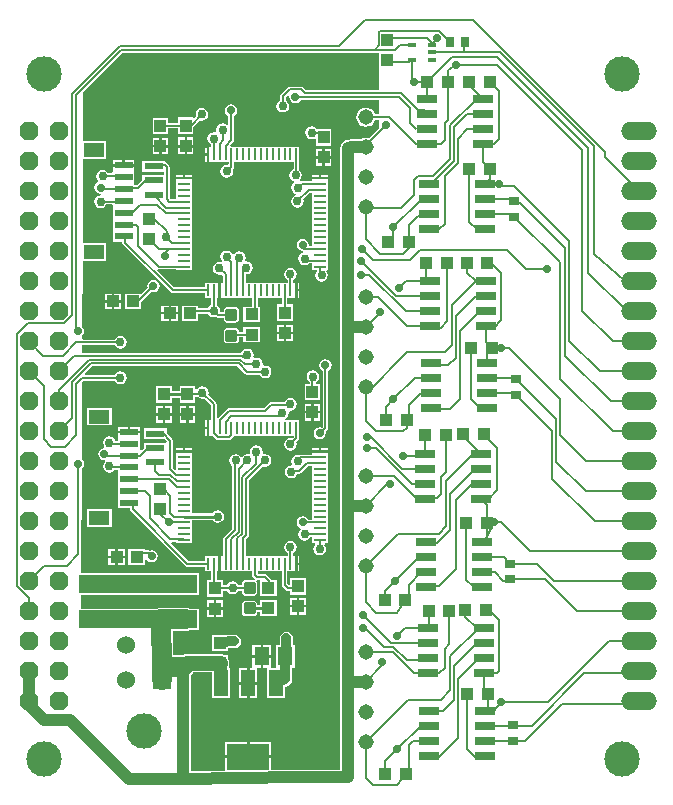
<source format=gtl>
G04*
G04 #@! TF.GenerationSoftware,Altium Limited,Altium Designer,25.8.1 (18)*
G04*
G04 Layer_Physical_Order=1*
G04 Layer_Color=255*
%FSLAX44Y44*%
%MOMM*%
G71*
G04*
G04 #@! TF.SameCoordinates,422AF447-CE49-4BB0-B19B-A3A041D3FAC2*
G04*
G04*
G04 #@! TF.FilePolarity,Positive*
G04*
G01*
G75*
%ADD12R,0.7000X0.8999*%
%ADD13R,1.8001X1.1999*%
%ADD14R,1.5499X0.6000*%
%ADD15R,2.0000X1.5001*%
%ADD16R,1.0000X1.1001*%
%ADD17R,0.7000X0.4001*%
%ADD18R,1.0500X1.0800*%
%ADD19R,1.7800X0.7201*%
%ADD20R,1.3000X1.6000*%
%ADD21R,3.5999X2.1999*%
%ADD22R,1.2190X2.2350*%
%ADD23R,0.8999X0.7000*%
%ADD24R,1.6000X0.6000*%
%ADD25R,1.1001X1.0000*%
G04:AMPARAMS|DCode=26|XSize=1mm|YSize=1mm|CornerRadius=0.15mm|HoleSize=0mm|Usage=FLASHONLY|Rotation=0.000|XOffset=0mm|YOffset=0mm|HoleType=Round|Shape=RoundedRectangle|*
%AMROUNDEDRECTD26*
21,1,1.0000,0.7000,0,0,0.0*
21,1,0.7000,1.0000,0,0,0.0*
1,1,0.3000,0.3500,-0.3500*
1,1,0.3000,-0.3500,-0.3500*
1,1,0.3000,-0.3500,0.3500*
1,1,0.3000,0.3500,0.3500*
%
%ADD26ROUNDEDRECTD26*%
%ADD27R,1.1001X1.0000*%
%ADD28R,0.2200X1.0000*%
%ADD29R,1.0000X0.2200*%
%ADD56C,0.1600*%
%ADD57C,0.2499*%
%ADD58C,0.8128*%
%ADD59C,1.0160*%
%ADD60C,0.1524*%
%ADD61C,1.2700*%
%ADD62C,1.6764*%
%ADD63C,0.4064*%
%ADD64C,3.0000*%
%ADD65O,3.0480X1.5240*%
G04:AMPARAMS|DCode=66|XSize=1.524mm|YSize=1.524mm|CornerRadius=0mm|HoleSize=0mm|Usage=FLASHONLY|Rotation=90.000|XOffset=0mm|YOffset=0mm|HoleType=Round|Shape=Octagon|*
%AMOCTAGOND66*
4,1,8,0.3810,0.7620,-0.3810,0.7620,-0.7620,0.3810,-0.7620,-0.3810,-0.3810,-0.7620,0.3810,-0.7620,0.7620,-0.3810,0.7620,0.3810,0.3810,0.7620,0.0*
%
%ADD66OCTAGOND66*%

%ADD67C,1.3081*%
%ADD68C,1.5301*%
%ADD69R,1.5301X1.5301*%
%ADD70C,0.7064*%
%ADD71C,0.7564*%
G36*
X318750Y600771D02*
X256980D01*
X254477Y603275D01*
X253708Y603788D01*
X252801Y603969D01*
X243200D01*
X242293Y603788D01*
X241524Y603275D01*
X235825Y597575D01*
X235311Y596806D01*
X235131Y595899D01*
Y592298D01*
X233675Y591325D01*
X232502Y589570D01*
X232090Y587500D01*
X232502Y585429D01*
X233675Y583674D01*
X235430Y582501D01*
X237500Y582089D01*
X239571Y582501D01*
X241326Y583674D01*
X242498Y585429D01*
X242910Y587500D01*
X242498Y589570D01*
X241326Y591325D01*
X239870Y592298D01*
Y594918D01*
X241898Y596946D01*
X243068Y596320D01*
X242846Y595201D01*
X243238Y593228D01*
X244355Y591556D01*
X246028Y590438D01*
X248001Y590046D01*
X249973Y590438D01*
X251646Y591556D01*
X252498Y592831D01*
X318750D01*
Y580469D01*
X315547D01*
X314844Y582166D01*
X313551Y583851D01*
X311867Y585143D01*
X309905Y585956D01*
X307800Y586233D01*
X305695Y585956D01*
X303733Y585143D01*
X302048Y583851D01*
X300755Y582166D01*
X299943Y580204D01*
X299666Y578099D01*
X299943Y575994D01*
X300755Y574032D01*
X302048Y572347D01*
X303733Y571055D01*
X305695Y570242D01*
X307800Y569965D01*
X309905Y570242D01*
X311867Y571055D01*
X313551Y572347D01*
X314844Y574032D01*
X315547Y575729D01*
X318750D01*
Y568501D01*
X310541Y560292D01*
X309905Y560556D01*
X307800Y560833D01*
X305695Y560556D01*
X303733Y559743D01*
X303233Y559360D01*
X295100D01*
X293376Y559133D01*
X291975Y558553D01*
X291077Y558434D01*
X289471Y557769D01*
X288091Y556711D01*
X287032Y555331D01*
X286367Y553724D01*
X286140Y552000D01*
Y550400D01*
X286140Y550400D01*
X286140Y550400D01*
Y403200D01*
X286140Y403200D01*
X286140Y403199D01*
Y249601D01*
X286140Y249601D01*
X286140Y249601D01*
Y102400D01*
X286140Y102400D01*
X286140Y102400D01*
Y25762D01*
X248399D01*
X248344Y25754D01*
X248288Y25761D01*
X228730Y25433D01*
X227824Y26324D01*
Y35695D01*
X208300D01*
X188777D01*
Y24764D01*
X160467Y24289D01*
X159561Y25180D01*
Y105124D01*
X159965Y105434D01*
X161553Y107503D01*
X161783Y108057D01*
X177573D01*
Y85993D01*
X192810D01*
Y111390D01*
X192810D01*
X192036Y112175D01*
X192040Y112407D01*
X191862Y113919D01*
X191872Y113944D01*
X192143Y115999D01*
X191872Y118055D01*
X191079Y119970D01*
X190725Y120431D01*
Y123026D01*
X187812D01*
X186256Y123671D01*
X184201Y123941D01*
X156401D01*
X156400Y123941D01*
X155373Y123806D01*
X154345Y123671D01*
X152430Y122877D01*
X151926Y122491D01*
X144891D01*
Y131600D01*
X144725Y132861D01*
X144693Y133117D01*
Y142909D01*
X154701D01*
X157287Y143249D01*
X158793Y143873D01*
X166225D01*
Y161922D01*
X158806D01*
X157287Y162551D01*
X154701Y162892D01*
X134701D01*
X132115Y162551D01*
X130597Y161922D01*
X67748D01*
X66852Y162822D01*
X66896Y173876D01*
X166225D01*
Y191925D01*
X67868D01*
X66972Y192825D01*
X67324Y280940D01*
X67646Y281155D01*
X68763Y282827D01*
X69155Y284800D01*
X68763Y286773D01*
X67646Y288445D01*
X67355Y288639D01*
X67616Y353865D01*
X68881Y355130D01*
X95202D01*
X96174Y353675D01*
X97929Y352502D01*
X100000Y352090D01*
X102070Y352502D01*
X103825Y353675D01*
X104998Y355430D01*
X105410Y357500D01*
X104998Y359570D01*
X103825Y361325D01*
X102070Y362498D01*
X100000Y362910D01*
X97929Y362498D01*
X96174Y361325D01*
X95202Y359870D01*
X70479D01*
X69993Y361043D01*
X76181Y367231D01*
X199018D01*
X205423Y360826D01*
X206192Y360312D01*
X207099Y360131D01*
X217701D01*
X218673Y358676D01*
X220429Y357503D01*
X222499Y357091D01*
X224569Y357503D01*
X226324Y358676D01*
X227497Y360431D01*
X227909Y362501D01*
X227497Y364571D01*
X226324Y366327D01*
X224569Y367499D01*
X222499Y367911D01*
X221385Y367690D01*
X220305Y368770D01*
X220411Y369301D01*
X219999Y371371D01*
X218826Y373126D01*
X217071Y374299D01*
X215001Y374711D01*
X213729Y374458D01*
X212657Y375528D01*
X212910Y376799D01*
X212498Y378869D01*
X211326Y380624D01*
X209571Y381797D01*
X207500Y382209D01*
X205430Y381797D01*
X203675Y380624D01*
X202502Y378869D01*
X201600Y378371D01*
X68614D01*
X67717Y379271D01*
X67741Y385130D01*
X95202D01*
X96174Y383674D01*
X97929Y382502D01*
X100000Y382090D01*
X102070Y382502D01*
X103825Y383674D01*
X104998Y385429D01*
X105410Y387500D01*
X104998Y389570D01*
X103825Y391325D01*
X102070Y392498D01*
X100000Y392910D01*
X97929Y392498D01*
X96174Y391325D01*
X95202Y389869D01*
X68660D01*
X67764Y390769D01*
X67774Y393346D01*
X68763Y394826D01*
X69155Y396799D01*
X68763Y398772D01*
X67801Y400211D01*
X68027Y456677D01*
X87926D01*
Y471724D01*
X68987D01*
X68091Y472624D01*
X68371Y542676D01*
X87926D01*
Y557723D01*
X69331D01*
X68435Y558623D01*
X68599Y599648D01*
X101781Y632831D01*
X318750D01*
Y600771D01*
D02*
G37*
%LPC*%
G36*
X168999Y585909D02*
X166929Y585497D01*
X165173Y584325D01*
X164001Y582570D01*
X163589Y580499D01*
X163930Y578782D01*
X162706Y577557D01*
X161825Y577922D01*
Y577922D01*
X148777D01*
Y573270D01*
X140425D01*
Y577823D01*
X127377D01*
Y563775D01*
X140425D01*
Y568531D01*
X148777D01*
Y563874D01*
X161825D01*
Y569974D01*
X167282Y575431D01*
X168999Y575089D01*
X171069Y575501D01*
X172824Y576674D01*
X173997Y578429D01*
X174409Y580499D01*
X173997Y582570D01*
X172824Y584325D01*
X171069Y585497D01*
X168999Y585909D01*
D02*
G37*
G36*
X193599Y589154D02*
X191626Y588762D01*
X189954Y587644D01*
X188836Y585972D01*
X188444Y583999D01*
X188836Y582027D01*
X189954Y580354D01*
X191229Y579502D01*
Y572084D01*
X189959Y571569D01*
X188570Y572498D01*
X186500Y572910D01*
X184429Y572498D01*
X182674Y571325D01*
X181501Y569570D01*
X181089Y567500D01*
X181343Y566225D01*
X180273Y565155D01*
X178999Y565409D01*
X176929Y564997D01*
X175173Y563824D01*
X174001Y562069D01*
X173589Y559999D01*
X174001Y557929D01*
X175173Y556173D01*
X176629Y555201D01*
Y553124D01*
X175016D01*
Y546600D01*
Y540076D01*
X191630D01*
Y538407D01*
X190649Y537601D01*
X190101Y537710D01*
X188031Y537298D01*
X186276Y536126D01*
X185103Y534370D01*
X184691Y532300D01*
X185103Y530230D01*
X186276Y528475D01*
X188031Y527302D01*
X190101Y526890D01*
X192171Y527302D01*
X193927Y528475D01*
X195099Y530230D01*
X195511Y532300D01*
X195170Y534017D01*
X195676Y534524D01*
X196189Y535292D01*
X196370Y536199D01*
Y540076D01*
X246632D01*
Y534178D01*
X246230Y534098D01*
X244475Y532925D01*
X243302Y531170D01*
X242890Y529100D01*
X243302Y527029D01*
X244475Y525274D01*
X246230Y524102D01*
X246745Y523999D01*
X247013Y522651D01*
X246375Y522224D01*
X245202Y520469D01*
X244790Y518399D01*
X245202Y516328D01*
X246375Y514573D01*
X248130Y513400D01*
X248252Y513376D01*
Y512081D01*
X247830Y511997D01*
X246075Y510825D01*
X244902Y509070D01*
X244490Y506999D01*
X244902Y504929D01*
X246075Y503174D01*
X247830Y502001D01*
X249900Y501589D01*
X251971Y502001D01*
X253726Y503174D01*
X254899Y504929D01*
X255310Y506999D01*
X254969Y508717D01*
X260481Y514231D01*
X262477D01*
Y508975D01*
Y498975D01*
Y488975D01*
Y478975D01*
Y468970D01*
X260251D01*
X259445Y469952D01*
X259455Y469999D01*
X259062Y471972D01*
X257945Y473644D01*
X256272Y474762D01*
X254300Y475154D01*
X252327Y474762D01*
X250655Y473644D01*
X249537Y471972D01*
X249145Y469999D01*
X249537Y468026D01*
X250655Y466354D01*
X252327Y465237D01*
X254079Y464888D01*
X254476Y464622D01*
X254354Y463329D01*
X254342Y463301D01*
X253830Y463199D01*
X252075Y462026D01*
X250902Y460271D01*
X250490Y458201D01*
X250902Y456130D01*
X252075Y454375D01*
X253830Y453203D01*
X255900Y452791D01*
X257970Y453203D01*
X259509Y454231D01*
X262477D01*
Y448975D01*
X265763D01*
X266074Y448517D01*
X266326Y447705D01*
X265301Y446171D01*
X264889Y444101D01*
X265301Y442031D01*
X266474Y440276D01*
X268229Y439103D01*
X270299Y438691D01*
X272369Y439103D01*
X274125Y440276D01*
X275297Y442031D01*
X275709Y444101D01*
X275297Y446171D01*
X274272Y447705D01*
X274667Y448975D01*
X275525D01*
Y458975D01*
Y468975D01*
Y478975D01*
Y488975D01*
Y498975D01*
Y508975D01*
Y518975D01*
Y525584D01*
X269001D01*
X262477D01*
Y523969D01*
X253401D01*
X252974Y523884D01*
X252598Y524063D01*
X252465Y524403D01*
X252339Y525593D01*
X253298Y527029D01*
X253710Y529100D01*
X253298Y531170D01*
X252126Y532925D01*
X251371Y533430D01*
Y540076D01*
X251625D01*
Y553124D01*
X193333D01*
X192847Y554298D01*
X195274Y556726D01*
X195788Y557494D01*
X195968Y558401D01*
Y579502D01*
X197244Y580354D01*
X198361Y582027D01*
X198754Y583999D01*
X198361Y585972D01*
X197244Y587644D01*
X195571Y588762D01*
X193599Y589154D01*
D02*
G37*
G36*
X161825Y560925D02*
X156317D01*
Y554916D01*
X161825D01*
Y560925D01*
D02*
G37*
G36*
X154285D02*
X148777D01*
Y554916D01*
X154285D01*
Y560925D01*
D02*
G37*
G36*
X140425Y560826D02*
X134917D01*
Y554817D01*
X140425D01*
Y560826D01*
D02*
G37*
G36*
X132885D02*
X127377D01*
Y554817D01*
X132885D01*
Y560826D01*
D02*
G37*
G36*
X262100Y570410D02*
X260030Y569998D01*
X258275Y568826D01*
X257102Y567071D01*
X256690Y565000D01*
X257102Y562930D01*
X258275Y561175D01*
X260030Y560002D01*
X262100Y559590D01*
X264170Y560002D01*
X264456Y560193D01*
X265576Y559594D01*
Y554074D01*
X278624D01*
Y568123D01*
X266395D01*
X265926Y568826D01*
X264170Y569998D01*
X262100Y570410D01*
D02*
G37*
G36*
X172984Y553124D02*
X171376D01*
Y547616D01*
X172984D01*
Y553124D01*
D02*
G37*
G36*
X161825Y552884D02*
X156317D01*
Y546876D01*
X161825D01*
Y552884D01*
D02*
G37*
G36*
X154285D02*
X148777D01*
Y546876D01*
X154285D01*
Y552884D01*
D02*
G37*
G36*
X140425Y552785D02*
X134917D01*
Y546777D01*
X140425D01*
Y552785D01*
D02*
G37*
G36*
X132885D02*
X127377D01*
Y546777D01*
X132885D01*
Y552785D01*
D02*
G37*
G36*
X278624Y551125D02*
X273116D01*
Y545117D01*
X278624D01*
Y551125D01*
D02*
G37*
G36*
X271084D02*
X265576D01*
Y545117D01*
X271084D01*
Y551125D01*
D02*
G37*
G36*
X172984Y545584D02*
X171376D01*
Y540076D01*
X172984D01*
Y545584D01*
D02*
G37*
G36*
X111925Y541724D02*
X103668D01*
Y538216D01*
X111925D01*
Y541724D01*
D02*
G37*
G36*
X101636D02*
X93378D01*
Y538216D01*
X101636D01*
Y541724D01*
D02*
G37*
G36*
X278624Y543085D02*
X273116D01*
Y537077D01*
X278624D01*
Y543085D01*
D02*
G37*
G36*
X271084D02*
X265576D01*
Y537077D01*
X271084D01*
Y543085D01*
D02*
G37*
G36*
X275525Y529224D02*
X270017D01*
Y527616D01*
X275525D01*
Y529224D01*
D02*
G37*
G36*
X160524D02*
X155016D01*
Y527616D01*
X160524D01*
Y529224D01*
D02*
G37*
G36*
X152984D02*
X147476D01*
Y527616D01*
X152984D01*
Y529224D01*
D02*
G37*
G36*
X267985D02*
X262477D01*
Y527616D01*
X267985D01*
Y529224D01*
D02*
G37*
G36*
X137624Y541022D02*
X118576D01*
Y531975D01*
X136830D01*
Y529024D01*
X118576D01*
Y525127D01*
X114218Y520768D01*
X112685D01*
X111925Y521724D01*
Y522676D01*
X111925D01*
Y531406D01*
X111925Y531724D01*
Y532676D01*
X111925Y532994D01*
Y536184D01*
X102652D01*
X93378D01*
Y532994D01*
X93378Y532676D01*
Y531724D01*
X92454Y530570D01*
X89799D01*
X88827Y532026D01*
X87071Y533199D01*
X85001Y533611D01*
X82931Y533199D01*
X81176Y532026D01*
X80003Y530271D01*
X79591Y528201D01*
X80003Y526130D01*
X81176Y524375D01*
X81208Y524354D01*
X80967Y522987D01*
X79555Y522044D01*
X78438Y520372D01*
X78045Y518399D01*
X78438Y516426D01*
X79555Y514754D01*
X81228Y513636D01*
X83200Y513244D01*
X83394Y512009D01*
X81331Y511599D01*
X79575Y510426D01*
X78403Y508671D01*
X77991Y506600D01*
X78403Y504530D01*
X79575Y502775D01*
X81331Y501602D01*
X83401Y501190D01*
X85471Y501602D01*
X87226Y502775D01*
X88199Y504231D01*
X92480D01*
X93353Y503358D01*
X93378Y502961D01*
X93378Y502676D01*
Y501724D01*
X93378Y501406D01*
Y492676D01*
X93378D01*
Y491724D01*
X93378D01*
Y482994D01*
X93378Y482676D01*
Y481724D01*
X93378Y481406D01*
Y472676D01*
X101631D01*
Y472001D01*
X101811Y471094D01*
X102325Y470325D01*
X142723Y429924D01*
X143492Y429410D01*
X144399Y429230D01*
X171376D01*
Y425075D01*
X176629D01*
Y418899D01*
X175173Y417927D01*
X174201Y416471D01*
X165823D01*
Y418624D01*
X151774D01*
Y405576D01*
X165823D01*
Y411732D01*
X174201D01*
X175173Y410276D01*
X176929Y409103D01*
X178999Y408691D01*
X180737Y409037D01*
X181035Y408838D01*
X181421Y408580D01*
X181422Y408580D01*
X181422Y408579D01*
X181857Y408493D01*
X182328Y408399D01*
X182328Y408399D01*
X182329Y408399D01*
X187318D01*
Y407271D01*
X187553Y406091D01*
X188221Y405091D01*
X189221Y404423D01*
X190401Y404188D01*
X197401D01*
X198581Y404423D01*
X199581Y405091D01*
X200250Y406091D01*
X200484Y407271D01*
Y414271D01*
X200250Y415451D01*
X199581Y416451D01*
X198581Y417120D01*
X197401Y417355D01*
X190401D01*
X189221Y417120D01*
X188221Y416451D01*
X187553Y415451D01*
X187318Y414271D01*
Y413138D01*
X185199D01*
X184409Y414101D01*
X183997Y416172D01*
X182824Y417927D01*
X181369Y418899D01*
Y425075D01*
X182984D01*
Y431599D01*
Y438123D01*
X171376D01*
Y433969D01*
X145381D01*
X131066Y448284D01*
X131797Y449350D01*
X132400Y449230D01*
X147476D01*
Y448975D01*
X160524D01*
Y458975D01*
Y468975D01*
Y478975D01*
Y488975D01*
Y498975D01*
Y508975D01*
Y518975D01*
Y525584D01*
X154000D01*
X147476D01*
Y518975D01*
Y508970D01*
X142381D01*
X141569Y509782D01*
Y536001D01*
X141389Y536908D01*
X140875Y537677D01*
X139275Y539277D01*
X138506Y539790D01*
X137624Y539966D01*
Y541022D01*
D02*
G37*
G36*
X189901Y465211D02*
X187830Y464799D01*
X186075Y463626D01*
X184902Y461871D01*
X184491Y459801D01*
X184902Y457731D01*
X185708Y456525D01*
X184944Y455382D01*
X183799Y455610D01*
X181729Y455198D01*
X179974Y454025D01*
X178801Y452270D01*
X178389Y450200D01*
X178801Y448129D01*
X179974Y446374D01*
X181729Y445201D01*
X183799Y444790D01*
X185517Y445131D01*
X186629Y444019D01*
Y438123D01*
X185016D01*
Y431599D01*
Y425075D01*
X211630D01*
Y417623D01*
X204177D01*
Y404575D01*
X218225D01*
Y417623D01*
X216370D01*
Y425075D01*
X236629D01*
Y419523D01*
X232876D01*
Y405474D01*
X245924D01*
Y419523D01*
X241368D01*
Y425075D01*
X247985D01*
Y431599D01*
Y438123D01*
X246370D01*
Y440202D01*
X247826Y441175D01*
X248998Y442930D01*
X249410Y445000D01*
X248998Y447071D01*
X247826Y448826D01*
X246070Y449999D01*
X244000Y450410D01*
X241930Y449999D01*
X240175Y448826D01*
X239002Y447071D01*
X238590Y445000D01*
X239002Y442930D01*
X240175Y441175D01*
X241630Y440202D01*
Y438123D01*
X206370D01*
Y445184D01*
X206500Y445290D01*
X208570Y445702D01*
X210325Y446875D01*
X211498Y448630D01*
X211910Y450700D01*
X211498Y452771D01*
X210325Y454526D01*
X208570Y455698D01*
X206500Y456110D01*
X206223Y456055D01*
X205518Y457111D01*
X205597Y457230D01*
X206009Y459301D01*
X205597Y461371D01*
X204424Y463126D01*
X202669Y464299D01*
X200599Y464711D01*
X198529Y464299D01*
X196774Y463126D01*
X196122Y462152D01*
X195832Y462085D01*
X194653Y462239D01*
X193726Y463626D01*
X191971Y464799D01*
X189901Y465211D01*
D02*
G37*
G36*
X251625Y438123D02*
X250017D01*
Y432615D01*
X251625D01*
Y438123D01*
D02*
G37*
G36*
X128001Y440356D02*
X126028Y439964D01*
X124356Y438846D01*
X123238Y437174D01*
X122846Y435201D01*
X123145Y433696D01*
X118691Y429241D01*
X117624Y428723D01*
Y428723D01*
X117624Y428723D01*
X103575D01*
Y415675D01*
X117624D01*
Y421470D01*
X126497Y430345D01*
X128001Y430046D01*
X129973Y430438D01*
X131646Y431556D01*
X132763Y433228D01*
X133156Y435201D01*
X132763Y437174D01*
X131646Y438846D01*
X129973Y439964D01*
X128001Y440356D01*
D02*
G37*
G36*
X251625Y430583D02*
X250017D01*
Y425075D01*
X251625D01*
Y430583D01*
D02*
G37*
G36*
X100626Y428723D02*
X94618D01*
Y423215D01*
X100626D01*
Y428723D01*
D02*
G37*
G36*
X92585D02*
X86577D01*
Y423215D01*
X92585D01*
Y428723D01*
D02*
G37*
G36*
X100626Y421183D02*
X94618D01*
Y415675D01*
X100626D01*
Y421183D01*
D02*
G37*
G36*
X92585D02*
X86577D01*
Y415675D01*
X92585D01*
Y421183D01*
D02*
G37*
G36*
X148825Y418624D02*
X142817D01*
Y413116D01*
X148825D01*
Y418624D01*
D02*
G37*
G36*
X140785D02*
X134776D01*
Y413116D01*
X140785D01*
Y418624D01*
D02*
G37*
G36*
X148825Y411084D02*
X142817D01*
Y405576D01*
X148825D01*
Y411084D01*
D02*
G37*
G36*
X140785D02*
X134776D01*
Y405576D01*
X140785D01*
Y411084D01*
D02*
G37*
G36*
X245924Y402525D02*
X240416D01*
Y396517D01*
X245924D01*
Y402525D01*
D02*
G37*
G36*
X238384D02*
X232876D01*
Y396517D01*
X238384D01*
Y402525D01*
D02*
G37*
G36*
X218225Y400625D02*
X204177D01*
Y396468D01*
X200484D01*
Y396730D01*
X200250Y397910D01*
X199581Y398910D01*
X198581Y399579D01*
X197401Y399813D01*
X190401D01*
X189221Y399579D01*
X188221Y398910D01*
X187553Y397910D01*
X187318Y396730D01*
Y389730D01*
X187553Y388550D01*
X188221Y387550D01*
X189221Y386882D01*
X190401Y386647D01*
X197401D01*
X198581Y386882D01*
X199581Y387550D01*
X200250Y388550D01*
X200484Y389730D01*
Y391729D01*
X204177D01*
Y387577D01*
X218225D01*
Y400625D01*
D02*
G37*
G36*
X245924Y394485D02*
X240416D01*
Y388476D01*
X245924D01*
Y394485D01*
D02*
G37*
G36*
X238384D02*
X232876D01*
Y388476D01*
X238384D01*
Y394485D01*
D02*
G37*
G36*
X163224Y350524D02*
X150176D01*
Y346328D01*
X143425D01*
Y350524D01*
X130377D01*
Y336475D01*
X143425D01*
Y340671D01*
X150176D01*
Y336475D01*
X163224D01*
Y341130D01*
X165442D01*
X167129Y340002D01*
X169200Y339591D01*
X170917Y339932D01*
X176629Y334220D01*
Y321525D01*
X175016D01*
Y315001D01*
Y308477D01*
X177772D01*
X180724Y305525D01*
X181493Y305011D01*
X182400Y304831D01*
X192001D01*
X192908Y305011D01*
X193677Y305525D01*
X195676Y307524D01*
X196189Y308293D01*
X196226Y308477D01*
X246632D01*
Y307181D01*
X245719Y306269D01*
X244000Y306611D01*
X241930Y306199D01*
X240175Y305026D01*
X239002Y303271D01*
X238590Y301201D01*
X239002Y299130D01*
X240175Y297375D01*
X241930Y296203D01*
X244000Y295791D01*
X246070Y296203D01*
X247826Y297375D01*
X248998Y299130D01*
X249410Y301201D01*
X249069Y302917D01*
X250676Y304524D01*
X250677Y304524D01*
X250677Y304524D01*
X250948Y304930D01*
X251190Y305292D01*
X251190Y305292D01*
X251190Y305293D01*
X251281Y305748D01*
X251371Y306199D01*
X251371Y306199D01*
X251371Y306199D01*
Y308477D01*
X251625D01*
Y321525D01*
X240094D01*
X239709Y322795D01*
X241026Y323675D01*
X242199Y325430D01*
X242610Y327500D01*
X242388Y328616D01*
X243468Y329696D01*
X244000Y329591D01*
X246070Y330002D01*
X247826Y331175D01*
X248998Y332930D01*
X249410Y335001D01*
X248998Y337071D01*
X247826Y338826D01*
X246070Y339999D01*
X244000Y340411D01*
X241930Y339999D01*
X240175Y338826D01*
X239002Y337071D01*
X238942Y336771D01*
X227201D01*
X226294Y336590D01*
X225525Y336077D01*
X221418Y331970D01*
X192001D01*
X191094Y331790D01*
X190326Y331276D01*
X182638Y323589D01*
X181400Y324022D01*
X181369Y324048D01*
Y335201D01*
X181188Y336108D01*
X180674Y336877D01*
X174268Y343283D01*
X174610Y345001D01*
X174198Y347071D01*
X173025Y348826D01*
X171270Y349999D01*
X169200Y350411D01*
X167129Y349999D01*
X165374Y348826D01*
X164494Y347509D01*
X163224Y347895D01*
Y350524D01*
D02*
G37*
G36*
X262999Y363710D02*
X260929Y363298D01*
X259174Y362126D01*
X258001Y360370D01*
X257589Y358300D01*
X258001Y356230D01*
X259174Y354475D01*
X260319Y353709D01*
X260236Y352458D01*
X258985Y352322D01*
X256076D01*
Y338273D01*
X269124D01*
Y352322D01*
X265906D01*
X265881Y352349D01*
X265504Y353592D01*
X266825Y354475D01*
X267997Y356230D01*
X268409Y358300D01*
X267997Y360370D01*
X266825Y362126D01*
X265070Y363298D01*
X262999Y363710D01*
D02*
G37*
G36*
X269124Y335325D02*
X263616D01*
Y329316D01*
X269124D01*
Y335325D01*
D02*
G37*
G36*
X261584D02*
X256076D01*
Y329316D01*
X261584D01*
Y335325D01*
D02*
G37*
G36*
X163224Y333526D02*
X157716D01*
Y327518D01*
X163224D01*
Y333526D01*
D02*
G37*
G36*
X143425D02*
X137917D01*
Y327518D01*
X143425D01*
Y333526D01*
D02*
G37*
G36*
X155684D02*
X150176D01*
Y327518D01*
X155684D01*
Y333526D01*
D02*
G37*
G36*
X135885D02*
X130377D01*
Y327518D01*
X135885D01*
Y333526D01*
D02*
G37*
G36*
X269124Y327284D02*
X263616D01*
Y321276D01*
X269124D01*
Y327284D01*
D02*
G37*
G36*
X261584D02*
X256076D01*
Y321276D01*
X261584D01*
Y327284D01*
D02*
G37*
G36*
X163224Y325486D02*
X157716D01*
Y319477D01*
X163224D01*
Y325486D01*
D02*
G37*
G36*
X155684D02*
X150176D01*
Y319477D01*
X155684D01*
Y325486D01*
D02*
G37*
G36*
X143425D02*
X137917D01*
Y319477D01*
X143425D01*
Y325486D01*
D02*
G37*
G36*
X135885D02*
X130377D01*
Y319477D01*
X135885D01*
Y325486D01*
D02*
G37*
G36*
X92726Y332123D02*
X71677D01*
Y317076D01*
X92726D01*
Y332123D01*
D02*
G37*
G36*
X172984Y321525D02*
X171376D01*
Y316017D01*
X172984D01*
Y321525D01*
D02*
G37*
G36*
X273601Y373155D02*
X271628Y372763D01*
X269956Y371645D01*
X268839Y369973D01*
X268446Y368000D01*
X268839Y366028D01*
X269956Y364355D01*
X271231Y363503D01*
Y316181D01*
X270306Y315256D01*
X268801Y315556D01*
X266828Y315163D01*
X265156Y314046D01*
X264038Y312373D01*
X263646Y310401D01*
X264038Y308428D01*
X265156Y306756D01*
X266828Y305638D01*
X268801Y305246D01*
X270773Y305638D01*
X272446Y306756D01*
X273563Y308428D01*
X273955Y310401D01*
X273657Y311904D01*
X275276Y313523D01*
X275277Y313523D01*
X275277Y313523D01*
X275532Y313905D01*
X275790Y314291D01*
X275790Y314292D01*
X275790Y314292D01*
X275879Y314737D01*
X275971Y315198D01*
X275971Y315198D01*
X275971Y315199D01*
Y363503D01*
X277246Y364355D01*
X278364Y366028D01*
X278756Y368000D01*
X278364Y369973D01*
X277246Y371645D01*
X275574Y372763D01*
X273601Y373155D01*
D02*
G37*
G36*
X116726Y316123D02*
X108468D01*
Y312616D01*
X116726D01*
Y316123D01*
D02*
G37*
G36*
X106436D02*
X98179D01*
Y312616D01*
X106436D01*
Y316123D01*
D02*
G37*
G36*
X172984Y313985D02*
X171376D01*
Y308477D01*
X172984D01*
Y313985D01*
D02*
G37*
G36*
X275525Y297624D02*
X270017D01*
Y296017D01*
X275525D01*
Y297624D01*
D02*
G37*
G36*
X160524D02*
X155016D01*
Y296017D01*
X160524D01*
Y297624D01*
D02*
G37*
G36*
X152984D02*
X147476D01*
Y296017D01*
X152984D01*
Y297624D01*
D02*
G37*
G36*
X267985D02*
X262477D01*
Y296017D01*
X267985D01*
Y297624D01*
D02*
G37*
G36*
X139224Y314622D02*
X120176D01*
Y305575D01*
X137474D01*
X139156Y303893D01*
X138630Y302623D01*
X120176D01*
Y297927D01*
X117889Y295641D01*
X116726Y296123D01*
Y297076D01*
X116726Y297393D01*
Y305806D01*
X116726Y306123D01*
Y307076D01*
X116726Y307393D01*
Y310584D01*
X107452D01*
X98179D01*
Y307393D01*
X98179Y307076D01*
Y306123D01*
X98179Y305806D01*
Y303969D01*
X95799D01*
X95699Y304470D01*
X94526Y306225D01*
X92771Y307398D01*
X90701Y307810D01*
X88631Y307398D01*
X86875Y306225D01*
X85703Y304470D01*
X85291Y302400D01*
X85703Y300329D01*
X86479Y299168D01*
X86473Y299073D01*
X85852Y297847D01*
X84428Y297564D01*
X82756Y296446D01*
X81638Y294774D01*
X81246Y292801D01*
X81638Y290828D01*
X82756Y289156D01*
X84428Y288039D01*
X86401Y287646D01*
X86850Y287735D01*
X87345Y286539D01*
X86875Y286225D01*
X85703Y284470D01*
X85291Y282400D01*
X85703Y280329D01*
X86875Y278574D01*
X88631Y277402D01*
X90701Y276990D01*
X92771Y277402D01*
X94526Y278574D01*
X94965Y279230D01*
X98179D01*
Y277393D01*
X98179Y277076D01*
Y276123D01*
X98179Y275806D01*
Y267076D01*
X98179D01*
Y266123D01*
X98179D01*
Y257076D01*
X98179D01*
Y256123D01*
X98179D01*
Y247076D01*
X108032D01*
Y246400D01*
X108212Y245494D01*
X108726Y244725D01*
X155124Y198324D01*
X155892Y197810D01*
X156799Y197630D01*
X171376D01*
Y193476D01*
X176629D01*
Y186122D01*
X173476D01*
Y172074D01*
X186524D01*
Y177231D01*
X190203D01*
X191175Y175775D01*
X192931Y174603D01*
X195001Y174191D01*
X197071Y174603D01*
X198826Y175775D01*
X199845Y177300D01*
X202718D01*
Y176169D01*
X202953Y174989D01*
X203621Y173989D01*
X204621Y173321D01*
X205801Y173086D01*
X212801D01*
X213981Y173321D01*
X214981Y173989D01*
X215650Y174989D01*
X215884Y176169D01*
Y183169D01*
X215650Y184349D01*
X214990Y185337D01*
X215003Y185398D01*
X215500Y186530D01*
X215999Y186431D01*
X217116D01*
X218175Y185922D01*
Y172874D01*
X232223D01*
Y185922D01*
X227906D01*
X227789Y186507D01*
X227276Y187276D01*
X224075Y190476D01*
X223307Y190990D01*
X222400Y191170D01*
X216981D01*
X216370Y191781D01*
Y193476D01*
X236629D01*
Y181800D01*
X236810Y180894D01*
X237323Y180125D01*
X239924Y177524D01*
X240693Y177010D01*
X241600Y176830D01*
X243676D01*
Y173974D01*
X256724D01*
Y188022D01*
X243676D01*
Y181992D01*
X242406Y181744D01*
X241368Y182782D01*
Y193476D01*
X247985D01*
Y200000D01*
Y206524D01*
X246370D01*
Y209301D01*
X247826Y210274D01*
X248998Y212029D01*
X249410Y214099D01*
X248998Y216169D01*
X247826Y217925D01*
X246070Y219097D01*
X244000Y219509D01*
X241930Y219097D01*
X240175Y217925D01*
X239002Y216169D01*
X238590Y214099D01*
X239002Y212029D01*
X240175Y210274D01*
X241630Y209301D01*
Y206524D01*
X206370D01*
Y220618D01*
X208076Y222325D01*
X208590Y223093D01*
X208770Y224000D01*
Y270418D01*
X220782Y282432D01*
X222499Y282090D01*
X224569Y282502D01*
X226324Y283675D01*
X227497Y285430D01*
X227909Y287500D01*
X227497Y289570D01*
X226324Y291325D01*
X224569Y292498D01*
X222499Y292910D01*
X221228Y292657D01*
X220158Y293729D01*
X220411Y295001D01*
X219999Y297071D01*
X218826Y298826D01*
X217071Y299999D01*
X215001Y300411D01*
X212931Y299999D01*
X211175Y298826D01*
X210003Y297071D01*
X209591Y295001D01*
X209844Y293727D01*
X208774Y292657D01*
X207500Y292910D01*
X205430Y292498D01*
X203675Y291325D01*
X203264Y290711D01*
X201737D01*
X201326Y291325D01*
X199571Y292498D01*
X197500Y292910D01*
X195430Y292498D01*
X193675Y291325D01*
X192502Y289570D01*
X192090Y287500D01*
X192502Y285430D01*
X193675Y283675D01*
X194430Y283170D01*
Y229782D01*
X187323Y222676D01*
X186810Y221907D01*
X186629Y221000D01*
Y206524D01*
X185016D01*
Y200000D01*
Y193476D01*
X211630D01*
Y190800D01*
X211811Y189893D01*
X212325Y189124D01*
X214174Y187274D01*
X214046Y186728D01*
X213602Y186093D01*
X212801Y186253D01*
X205801D01*
X204621Y186018D01*
X203621Y185350D01*
X202953Y184349D01*
X202718Y183169D01*
Y182039D01*
X199753D01*
X198826Y183426D01*
X197071Y184599D01*
X195001Y185011D01*
X192931Y184599D01*
X191175Y183426D01*
X190203Y181971D01*
X186524D01*
Y186122D01*
X181369D01*
Y193476D01*
X182984D01*
Y200000D01*
Y206524D01*
X171376D01*
Y202369D01*
X157781D01*
X142991Y217160D01*
X143517Y218430D01*
X147476D01*
Y217376D01*
X160524D01*
Y227376D01*
Y237171D01*
X178007D01*
X178673Y236174D01*
X180429Y235001D01*
X182499Y234590D01*
X184569Y235001D01*
X186325Y236174D01*
X187497Y237929D01*
X187909Y240000D01*
X187497Y242070D01*
X186325Y243825D01*
X184569Y244998D01*
X182499Y245410D01*
X180429Y244998D01*
X178673Y243825D01*
X178007Y242827D01*
X160524D01*
Y247376D01*
Y257376D01*
Y267376D01*
Y277376D01*
Y287376D01*
Y293985D01*
X154000D01*
X147476D01*
Y292377D01*
Y279935D01*
X146303Y279449D01*
X144770Y280981D01*
Y304000D01*
X144589Y304907D01*
X144076Y305676D01*
X139224Y310527D01*
Y314622D01*
D02*
G37*
G36*
X275525Y293985D02*
X269001D01*
X262477D01*
Y292369D01*
X253299D01*
X253298Y292369D01*
X253298Y292369D01*
X252847Y292279D01*
X252392Y292189D01*
X252392Y292188D01*
X252391Y292188D01*
X252020Y291940D01*
X251890Y291853D01*
X250101Y292209D01*
X248031Y291797D01*
X246276Y290625D01*
X245103Y288869D01*
X244691Y286799D01*
X245103Y284729D01*
X245444Y284218D01*
X244681Y283075D01*
X244500Y283111D01*
X242430Y282699D01*
X240675Y281526D01*
X239502Y279771D01*
X239090Y277701D01*
X239502Y275630D01*
X240675Y273875D01*
X242430Y272703D01*
X244500Y272291D01*
X246571Y272703D01*
X248326Y273875D01*
X249499Y275630D01*
X249578Y276030D01*
X251201D01*
X251201Y276030D01*
X251201Y276030D01*
X251640Y276117D01*
X252108Y276210D01*
X252108Y276210D01*
X252108Y276210D01*
X252463Y276447D01*
X252876Y276724D01*
X252877Y276724D01*
X252877Y276724D01*
X258782Y282631D01*
X262477D01*
Y277376D01*
Y267376D01*
Y257376D01*
Y247376D01*
Y237370D01*
X258929D01*
X257945Y238844D01*
X256272Y239961D01*
X254300Y240354D01*
X252327Y239961D01*
X250655Y238844D01*
X249537Y237172D01*
X249145Y235199D01*
X249537Y233226D01*
X250655Y231554D01*
X252327Y230436D01*
X252496Y229108D01*
X252075Y228826D01*
X250902Y227071D01*
X250490Y225001D01*
X250902Y222931D01*
X252075Y221175D01*
X253830Y220003D01*
X255900Y219591D01*
X257970Y220003D01*
X259725Y221175D01*
X260698Y222631D01*
X262477D01*
Y217376D01*
X264335D01*
X264727Y216106D01*
X263701Y214569D01*
X263289Y212499D01*
X263701Y210429D01*
X264874Y208673D01*
X266629Y207501D01*
X268699Y207089D01*
X270769Y207501D01*
X272524Y208673D01*
X273697Y210429D01*
X274109Y212499D01*
X273697Y214569D01*
X272671Y216106D01*
X272919Y216910D01*
X273233Y217376D01*
X275525D01*
Y222377D01*
Y232377D01*
Y242377D01*
Y252377D01*
Y262377D01*
Y272377D01*
Y282377D01*
Y292377D01*
Y293985D01*
D02*
G37*
G36*
X92726Y246124D02*
X71677D01*
Y231077D01*
X92726D01*
Y246124D01*
D02*
G37*
G36*
X103725Y212223D02*
X97716D01*
Y206715D01*
X103725D01*
Y212223D01*
D02*
G37*
G36*
X95684D02*
X89676D01*
Y206715D01*
X95684D01*
Y212223D01*
D02*
G37*
G36*
X120722D02*
X106674D01*
Y199175D01*
X120722D01*
Y203512D01*
X121992Y203897D01*
X122755Y202755D01*
X124428Y201638D01*
X126401Y201245D01*
X128373Y201638D01*
X130046Y202755D01*
X131163Y204428D01*
X131556Y206400D01*
X131163Y208373D01*
X130046Y210046D01*
X128373Y211163D01*
X126401Y211555D01*
X124432Y211164D01*
X123901Y211269D01*
X120722D01*
Y212223D01*
D02*
G37*
G36*
X251625Y206524D02*
X250017D01*
Y201016D01*
X251625D01*
Y206524D01*
D02*
G37*
G36*
X103725Y204683D02*
X97716D01*
Y199175D01*
X103725D01*
Y204683D01*
D02*
G37*
G36*
X95684D02*
X89676D01*
Y199175D01*
X95684D01*
Y204683D01*
D02*
G37*
G36*
X251625Y198984D02*
X250017D01*
Y193476D01*
X251625D01*
Y198984D01*
D02*
G37*
G36*
X256724Y171024D02*
X251216D01*
Y165016D01*
X256724D01*
Y171024D01*
D02*
G37*
G36*
X249184D02*
X243676D01*
Y165016D01*
X249184D01*
Y171024D01*
D02*
G37*
G36*
X232223Y168924D02*
X218175D01*
Y164959D01*
X215884D01*
Y165628D01*
X215650Y166808D01*
X214981Y167808D01*
X213981Y168477D01*
X212801Y168711D01*
X205801D01*
X204621Y168477D01*
X203621Y167808D01*
X202953Y166808D01*
X202718Y165628D01*
Y158628D01*
X202953Y157448D01*
X203621Y156448D01*
X204621Y155780D01*
X205801Y155545D01*
X212801D01*
X213981Y155780D01*
X214981Y156448D01*
X215650Y157448D01*
X215884Y158628D01*
Y159303D01*
X218175D01*
Y155876D01*
X232223D01*
Y168924D01*
D02*
G37*
G36*
X186524Y169125D02*
X181016D01*
Y163116D01*
X186524D01*
Y169125D01*
D02*
G37*
G36*
X178984D02*
X173476D01*
Y163116D01*
X178984D01*
Y169125D01*
D02*
G37*
G36*
X256724Y162984D02*
X251216D01*
Y156976D01*
X256724D01*
Y162984D01*
D02*
G37*
G36*
X249184D02*
X243676D01*
Y156976D01*
X249184D01*
Y162984D01*
D02*
G37*
G36*
X186524Y161084D02*
X181016D01*
Y155076D01*
X186524D01*
Y161084D01*
D02*
G37*
G36*
X178984D02*
X173476D01*
Y155076D01*
X178984D01*
Y161084D01*
D02*
G37*
G36*
X190725Y140024D02*
Y140024D01*
X177677D01*
Y125975D01*
X190725D01*
Y128451D01*
X196551Y128504D01*
X198727Y128957D01*
X200565Y130209D01*
X201783Y132068D01*
X202197Y134253D01*
X201743Y136429D01*
X200492Y138266D01*
X198632Y139484D01*
X196448Y139898D01*
X190902Y139848D01*
X190725Y140024D01*
D02*
G37*
G36*
X227724Y131025D02*
X220716D01*
Y122517D01*
X227724D01*
Y131025D01*
D02*
G37*
G36*
X218684D02*
X211676D01*
Y122517D01*
X218684D01*
Y131025D01*
D02*
G37*
G36*
X240393Y142496D02*
X238221Y142021D01*
X236396Y140752D01*
X235196Y138881D01*
X234803Y136693D01*
X234893Y131931D01*
X234003Y131025D01*
X231676D01*
Y111977D01*
X230649Y111390D01*
X228751D01*
X227724Y111977D01*
X227724Y112661D01*
Y120485D01*
X220716D01*
Y111977D01*
X222764D01*
X223790Y111390D01*
X223790Y110707D01*
Y85993D01*
X239028D01*
Y95715D01*
X241910Y96928D01*
X242817Y97541D01*
X243729Y98150D01*
X243738Y98164D01*
X243752Y98174D01*
X244354Y99087D01*
X244964Y99999D01*
X244967Y100015D01*
X244976Y100029D01*
X245184Y101105D01*
X245397Y102179D01*
Y111977D01*
X247724D01*
Y131025D01*
X246307D01*
X246196Y136906D01*
X245722Y139078D01*
X244452Y140903D01*
X242581Y142103D01*
X240393Y142496D01*
D02*
G37*
G36*
X218684Y120485D02*
X211676D01*
Y112661D01*
X211676Y111977D01*
X210649Y111390D01*
X209316D01*
Y99708D01*
X215919D01*
Y110707D01*
X215919Y111390D01*
X216946Y111977D01*
X218684D01*
Y120485D01*
D02*
G37*
G36*
X207284Y111390D02*
X200682D01*
Y99708D01*
X207284D01*
Y111390D01*
D02*
G37*
G36*
X215919Y97676D02*
X209316D01*
Y85993D01*
X215919D01*
Y97676D01*
D02*
G37*
G36*
X207284D02*
X200682D01*
Y85993D01*
X207284D01*
Y97676D01*
D02*
G37*
G36*
X227824Y49234D02*
X209316D01*
Y37727D01*
X227824D01*
Y49234D01*
D02*
G37*
G36*
X207284D02*
X188777D01*
Y37727D01*
X207284D01*
Y49234D01*
D02*
G37*
%LPD*%
D12*
X379100Y641599D02*
D03*
X392100D02*
D03*
D13*
X77401Y464200D02*
D03*
Y550200D02*
D03*
X82202Y238600D02*
D03*
Y324599D02*
D03*
D14*
X102652Y537200D02*
D03*
Y527200D02*
D03*
Y517200D02*
D03*
Y507200D02*
D03*
Y497200D02*
D03*
Y487200D02*
D03*
Y477200D02*
D03*
X107452Y311600D02*
D03*
Y301600D02*
D03*
Y291600D02*
D03*
Y281600D02*
D03*
Y271600D02*
D03*
Y261600D02*
D03*
Y251600D02*
D03*
D15*
X75499Y182900D02*
D03*
Y152898D02*
D03*
X95499Y182900D02*
D03*
Y152898D02*
D03*
X115499Y182900D02*
D03*
Y152898D02*
D03*
X154701Y182900D02*
D03*
Y152898D02*
D03*
X134701Y182900D02*
D03*
Y152898D02*
D03*
D16*
X326100Y643499D02*
D03*
Y626501D02*
D03*
X184201Y132999D02*
D03*
Y116002D02*
D03*
X124600Y491998D02*
D03*
Y475000D02*
D03*
X272100Y561099D02*
D03*
Y544101D02*
D03*
X155301Y570898D02*
D03*
Y553900D02*
D03*
X133901Y570799D02*
D03*
Y553801D02*
D03*
X239400Y412499D02*
D03*
Y395501D02*
D03*
X133800Y263200D02*
D03*
Y246202D02*
D03*
X180000Y179098D02*
D03*
Y162100D02*
D03*
X262600Y345298D02*
D03*
Y328300D02*
D03*
X156700Y343499D02*
D03*
Y326502D02*
D03*
X136901Y343499D02*
D03*
Y326502D02*
D03*
X250200Y180998D02*
D03*
Y164000D02*
D03*
D17*
X346502Y626501D02*
D03*
Y639501D02*
D03*
X363499D02*
D03*
Y633001D02*
D03*
Y626501D02*
D03*
D18*
X409651Y160500D02*
D03*
X392151D02*
D03*
X407751Y309999D02*
D03*
X390251D02*
D03*
X412849Y607601D02*
D03*
X395349D02*
D03*
X410649Y454899D02*
D03*
X393149D02*
D03*
X410451Y234099D02*
D03*
X392951D02*
D03*
X414350Y382999D02*
D03*
X396850D02*
D03*
X412750Y533900D02*
D03*
X395249D02*
D03*
X411351Y90000D02*
D03*
X393850D02*
D03*
X326550Y472801D02*
D03*
X344051D02*
D03*
X377449Y608099D02*
D03*
X359949D02*
D03*
X324950Y321701D02*
D03*
X342450D02*
D03*
X376349Y454500D02*
D03*
X358849D02*
D03*
X323850Y168999D02*
D03*
X341351D02*
D03*
X375549Y308900D02*
D03*
X358049D02*
D03*
X324150Y21801D02*
D03*
X341650D02*
D03*
X378551Y160101D02*
D03*
X361051D02*
D03*
D19*
X406900Y555549D02*
D03*
Y568249D02*
D03*
Y593649D02*
D03*
X359900Y555549D02*
D03*
Y568249D02*
D03*
Y593649D02*
D03*
X406900Y580949D02*
D03*
X359900D02*
D03*
X405300Y255049D02*
D03*
Y267749D02*
D03*
Y293149D02*
D03*
X358300Y255049D02*
D03*
Y267749D02*
D03*
Y293149D02*
D03*
X405300Y280449D02*
D03*
X358300D02*
D03*
X409400Y400949D02*
D03*
Y413649D02*
D03*
Y439049D02*
D03*
X362400Y400949D02*
D03*
Y413649D02*
D03*
Y439049D02*
D03*
X409400Y426349D02*
D03*
X362400D02*
D03*
X407799Y107551D02*
D03*
Y120251D02*
D03*
Y145651D02*
D03*
X360799Y107551D02*
D03*
Y120251D02*
D03*
Y145651D02*
D03*
X407799Y132951D02*
D03*
X360799D02*
D03*
X408600Y483050D02*
D03*
Y495750D02*
D03*
Y521150D02*
D03*
X361600Y483050D02*
D03*
Y495750D02*
D03*
Y521150D02*
D03*
X408600Y508450D02*
D03*
X361600D02*
D03*
X410200Y332151D02*
D03*
Y344851D02*
D03*
Y370251D02*
D03*
X363200Y332151D02*
D03*
Y344851D02*
D03*
Y370251D02*
D03*
X410200Y357551D02*
D03*
X363200D02*
D03*
X406100Y180050D02*
D03*
Y192750D02*
D03*
Y218150D02*
D03*
X359100Y180050D02*
D03*
Y192750D02*
D03*
Y218150D02*
D03*
X406100Y205450D02*
D03*
X359100D02*
D03*
X408399Y37549D02*
D03*
Y50249D02*
D03*
Y75649D02*
D03*
X361399Y37549D02*
D03*
Y50249D02*
D03*
Y75649D02*
D03*
X408399Y62949D02*
D03*
X361399D02*
D03*
D20*
X239700Y121501D02*
D03*
X219700D02*
D03*
D21*
X208300Y36711D02*
D03*
D22*
X185191Y98692D02*
D03*
X208300D02*
D03*
X231409D02*
D03*
D23*
X433301Y506999D02*
D03*
Y493999D02*
D03*
X434899Y356100D02*
D03*
Y343101D02*
D03*
X430101Y199900D02*
D03*
Y186901D02*
D03*
X432399Y63299D02*
D03*
Y50300D02*
D03*
D24*
X128100Y512501D02*
D03*
Y524500D02*
D03*
Y536499D02*
D03*
X129700Y286101D02*
D03*
Y298099D02*
D03*
Y310098D02*
D03*
D25*
X211201Y411099D02*
D03*
Y394101D02*
D03*
X225199Y179398D02*
D03*
Y162400D02*
D03*
D26*
X193901Y393230D02*
D03*
Y410771D02*
D03*
X209301Y162128D02*
D03*
Y179669D02*
D03*
D27*
X158798Y412100D02*
D03*
X141801D02*
D03*
X110599Y422199D02*
D03*
X93602D02*
D03*
X113698Y205699D02*
D03*
X96700D02*
D03*
D28*
X204000Y546600D02*
D03*
X194000D02*
D03*
X184000D02*
D03*
X174000D02*
D03*
X179001D02*
D03*
X189001D02*
D03*
X199001D02*
D03*
X249001D02*
D03*
X239001D02*
D03*
X229001D02*
D03*
X219001D02*
D03*
X244000D02*
D03*
X234000D02*
D03*
X224000D02*
D03*
X209001D02*
D03*
X214000D02*
D03*
X219001Y431599D02*
D03*
X229001D02*
D03*
X239001D02*
D03*
X249001D02*
D03*
X244000D02*
D03*
X234000D02*
D03*
X224000D02*
D03*
X174000D02*
D03*
X184000D02*
D03*
X194000D02*
D03*
X204000D02*
D03*
X179001D02*
D03*
X189001D02*
D03*
X199001D02*
D03*
X214000D02*
D03*
X209001D02*
D03*
X204000Y315001D02*
D03*
X194000D02*
D03*
X184000D02*
D03*
X174000D02*
D03*
X179001D02*
D03*
X189001D02*
D03*
X199001D02*
D03*
X249001D02*
D03*
X239001D02*
D03*
X229001D02*
D03*
X219001D02*
D03*
X244000D02*
D03*
X234000D02*
D03*
X224000D02*
D03*
X209001D02*
D03*
X214000D02*
D03*
X219001Y200000D02*
D03*
X229001D02*
D03*
X239001D02*
D03*
X249001D02*
D03*
X244000D02*
D03*
X234000D02*
D03*
X224000D02*
D03*
X174000D02*
D03*
X184000D02*
D03*
X194000D02*
D03*
X204000D02*
D03*
X179001D02*
D03*
X189001D02*
D03*
X199001D02*
D03*
X214000D02*
D03*
X209001D02*
D03*
D29*
X269001Y496600D02*
D03*
Y506600D02*
D03*
Y516600D02*
D03*
Y526600D02*
D03*
Y521599D02*
D03*
Y511599D02*
D03*
Y501599D02*
D03*
Y451599D02*
D03*
Y461599D02*
D03*
Y471599D02*
D03*
Y481599D02*
D03*
Y456601D02*
D03*
Y466600D02*
D03*
Y476600D02*
D03*
Y491599D02*
D03*
Y486600D02*
D03*
X154000Y481599D02*
D03*
Y471599D02*
D03*
Y461599D02*
D03*
Y451599D02*
D03*
Y456601D02*
D03*
Y466600D02*
D03*
Y476600D02*
D03*
Y526600D02*
D03*
Y516600D02*
D03*
Y506600D02*
D03*
Y496600D02*
D03*
Y521599D02*
D03*
Y511599D02*
D03*
Y501599D02*
D03*
Y486600D02*
D03*
Y491599D02*
D03*
X269001Y265001D02*
D03*
Y275001D02*
D03*
Y285001D02*
D03*
Y295001D02*
D03*
Y289999D02*
D03*
Y279999D02*
D03*
Y270000D02*
D03*
Y220000D02*
D03*
Y230000D02*
D03*
Y240000D02*
D03*
Y250000D02*
D03*
Y225001D02*
D03*
Y235001D02*
D03*
Y245001D02*
D03*
Y260000D02*
D03*
Y255001D02*
D03*
X154000Y250000D02*
D03*
Y240000D02*
D03*
Y230000D02*
D03*
Y220000D02*
D03*
Y225001D02*
D03*
Y235001D02*
D03*
Y245001D02*
D03*
Y295001D02*
D03*
Y285001D02*
D03*
Y275001D02*
D03*
Y265001D02*
D03*
Y289999D02*
D03*
Y279999D02*
D03*
Y270000D02*
D03*
Y255001D02*
D03*
Y260000D02*
D03*
D56*
X363499Y640301D02*
Y641299D01*
X378549Y132151D02*
Y160101D01*
X178999Y546600D02*
Y559999D01*
Y414101D02*
Y431599D01*
X182329Y410769D02*
X193901D01*
X178999Y315001D02*
Y335201D01*
Y315001D02*
X179200Y314800D01*
X134000Y570901D02*
X159400D01*
X102650Y517201D02*
X103850Y518399D01*
X102649Y517200D02*
X102650Y517201D01*
X124600Y492001D02*
X128801D01*
X124399Y299001D02*
X130599D01*
X178999Y180101D02*
Y200000D01*
X107451Y291598D02*
X107851Y291201D01*
X107450Y291600D02*
X107451Y291598D01*
X500799Y462399D02*
X527299Y439100D01*
X500799Y462399D02*
Y553601D01*
X421401Y633001D02*
X500799Y553601D01*
X390401Y633001D02*
X421401D01*
X363499D02*
X390401D01*
X527299Y439100D02*
X539199D01*
X304599Y466600D02*
X313601Y457599D01*
X345600D01*
X353601Y465600D01*
X427200D01*
X443200Y449600D01*
X460799D01*
X268801Y310401D02*
X273601Y315199D01*
Y368000D01*
X254300Y235199D02*
X254500Y235001D01*
X269001D01*
X255699Y466600D02*
X269001D01*
X363200Y332151D02*
X364150Y331201D01*
X379199D01*
X387200Y339199D01*
Y396799D01*
X404050Y413649D01*
X409400D01*
X363200Y370251D02*
X365450Y368000D01*
X377599D01*
X384000Y374401D01*
Y409600D01*
X400751Y426349D01*
X409400D01*
X374401Y379199D02*
X380799Y385600D01*
Y419199D01*
X393149Y446550D02*
X400649Y439049D01*
X393149Y446550D02*
Y454899D01*
X307800Y344000D02*
X342999Y379199D01*
X374401D01*
X380799Y419199D02*
X400649Y439049D01*
X409400D01*
X342450Y321701D02*
X344000Y323251D01*
Y334401D01*
X354449Y344851D01*
X363200D01*
X342400Y321650D02*
X342450Y321701D01*
X342400Y315199D02*
Y321650D01*
X339199Y312001D02*
X342400Y315199D01*
X316799Y312001D02*
X339199D01*
X307800Y321000D02*
X316799Y312001D01*
X307800Y321000D02*
Y344000D01*
Y349400D01*
X409550Y332801D02*
X410200Y332151D01*
X403200Y332801D02*
X409550D01*
X396850Y339151D02*
X403200Y332801D01*
X396850Y339151D02*
Y382999D01*
X359100Y180050D02*
X359849Y180800D01*
X369600D01*
X384000Y195199D01*
Y254399D01*
X397350Y267749D01*
X405300D01*
X359100Y218150D02*
X359649Y217599D01*
X368000D01*
X379199Y228801D01*
Y259199D01*
X400449Y280449D01*
X405300D01*
X307800Y198501D02*
X334899Y225600D01*
X369600D01*
X376001Y232001D01*
Y270401D01*
X398750Y293149D01*
X405300D01*
X390251Y308201D02*
X405300Y293149D01*
X390251Y308201D02*
Y309999D01*
X341351Y168999D02*
X344000Y169550D01*
Y182400D01*
X354350Y192750D01*
X359100D01*
X333949Y158399D02*
X341351Y168999D01*
X316799Y158399D02*
X333949D01*
X307800Y167401D02*
X316799Y158399D01*
X307800Y167401D02*
Y198501D01*
X405351Y180800D02*
X406100Y180050D01*
X398399Y180800D02*
X405351D01*
X392951Y186251D02*
X398399Y180800D01*
X392951Y186251D02*
Y234099D01*
X408450Y483199D02*
X408600Y483050D01*
X401599Y483199D02*
X408450D01*
X395249Y489549D02*
X401599Y483199D01*
X395249Y489549D02*
Y533900D01*
X406649Y568000D02*
X406900Y568249D01*
X393601Y568000D02*
X406649D01*
X385600Y559999D02*
X393601Y568000D01*
X385600Y539199D02*
Y559999D01*
X374401Y528000D02*
X385600Y539199D01*
X374401Y488000D02*
Y528000D01*
X369451Y483050D02*
X374401Y488000D01*
X361600Y483050D02*
X369451D01*
X406750Y580799D02*
X406900Y580949D01*
X393601Y580799D02*
X406750D01*
X382399Y569600D02*
X393601Y580799D01*
X382399Y540799D02*
Y569600D01*
X362750Y521150D02*
X382399Y540799D01*
X361600Y521150D02*
X362750D01*
X307800Y501899D02*
X308900Y500799D01*
X337599D01*
X344000Y472750D02*
X344051Y472801D01*
X344000Y467200D02*
Y472750D01*
X339199Y462399D02*
X344000Y467200D01*
X319999Y462399D02*
X339199D01*
X307800Y474599D02*
X319999Y462399D01*
X307800Y474599D02*
Y501899D01*
X337599Y500799D02*
X348800Y512001D01*
Y524800D01*
X360251Y494401D02*
X361600Y495750D01*
X352001Y494401D02*
X360251D01*
X344051Y486451D02*
X352001Y494401D01*
X344051Y472801D02*
Y486451D01*
X348800Y524800D02*
X352001Y528000D01*
X364800D01*
X379199Y542399D01*
Y571200D01*
X401650Y593649D01*
X406900D01*
X395351Y605201D02*
X406900Y593649D01*
X395351Y605201D02*
Y607601D01*
X307800Y49401D02*
X343200Y84800D01*
X371201D01*
X379199Y92799D01*
Y121600D01*
X403250Y145651D01*
X407799D01*
X341650Y21801D02*
X344000Y24150D01*
Y46401D01*
X347850Y50249D01*
X361399D01*
X334249Y12799D02*
X341650Y21801D01*
X313601Y12799D02*
X334249D01*
X307800Y18600D02*
X313601Y12799D01*
X307800Y18600D02*
Y49401D01*
X407751Y145600D02*
X407799Y145651D01*
X401599Y145600D02*
X407751D01*
X392151Y155049D02*
X401599Y145600D01*
X392151Y155049D02*
Y160500D01*
X407650Y36799D02*
X408399Y37549D01*
X399999Y36799D02*
X407650D01*
X393850Y42949D02*
X399999Y36799D01*
X393850Y42949D02*
Y90000D01*
X361399Y37549D02*
X362151Y36799D01*
X369600D01*
X385600Y52799D01*
Y102400D01*
X403451Y120251D01*
X407799D01*
X361399Y75649D02*
X361851Y75199D01*
X372801D01*
X382399Y84800D01*
Y113599D01*
X401749Y132951D01*
X407799D01*
X62400Y596801D02*
X100800Y635201D01*
X315199D01*
X332801D01*
X337101Y639501D01*
X346499D01*
X22301Y185301D02*
X35400Y198399D01*
X54399D01*
X64000Y208001D01*
Y284800D01*
X62400Y398399D02*
X64000Y396799D01*
X62400Y398399D02*
Y596801D01*
X346499Y639100D02*
Y639501D01*
X183799Y450200D02*
X188999Y445000D01*
Y431599D02*
Y445000D01*
X22301Y388501D02*
X34801Y376001D01*
X51199D01*
X62700Y387500D01*
X100000D01*
X129700Y310101D02*
X130000Y310401D01*
X135999D01*
X142400Y304000D01*
Y279999D02*
Y304000D01*
Y279999D02*
X147401Y275001D01*
X154000D01*
X225199Y179400D02*
X225600Y179799D01*
Y185600D01*
X222400Y188801D02*
X225600Y185600D01*
X215999Y188801D02*
X222400D01*
X214000Y190800D02*
X215999Y188801D01*
X214000Y190800D02*
Y200000D01*
X107450Y271600D02*
X107851Y272001D01*
X140800D01*
X147800Y265001D01*
X154000D01*
X244500Y277701D02*
X245199Y278399D01*
X251201D01*
X257800Y285001D01*
X269001D01*
X90701Y282400D02*
X91501Y281600D01*
X107450D01*
X244000Y301201D02*
X249001Y306199D01*
Y315001D01*
X90701Y302400D02*
X91501Y301600D01*
X107450D01*
X102649Y497200D02*
X103050Y497601D01*
X110401D01*
X116799Y503999D01*
X131201D01*
X138600Y496600D01*
X154000D01*
X249900Y506999D02*
X259499Y516600D01*
X269001D01*
X102649Y507200D02*
X107201D01*
X106601Y506600D02*
X107201Y507200D01*
X83401Y506600D02*
X106601D01*
X248300Y529100D02*
X249001Y529801D01*
Y546600D01*
X101651Y528201D02*
X102649Y527200D01*
X85001Y528201D02*
X101651D01*
X107450Y251600D02*
X110401Y248651D01*
Y246400D02*
Y248651D01*
Y246400D02*
X156799Y200000D01*
X174000D01*
X153200Y220800D02*
X154000Y220000D01*
X142400Y220800D02*
X153200D01*
X124800Y238399D02*
X142400Y220800D01*
X124800Y238399D02*
Y257599D01*
X120800Y261600D02*
X124800Y257599D01*
X107450Y261600D02*
X120800D01*
X211201Y411099D02*
X214000Y413901D01*
Y431599D01*
X102649Y477200D02*
X104000Y475851D01*
Y472001D02*
Y475851D01*
Y472001D02*
X144399Y431599D01*
X174000D01*
X102649Y477200D02*
X103850Y478399D01*
X102649Y487200D02*
X103449Y486400D01*
X113599D01*
X115199Y484800D01*
Y468800D02*
Y484800D01*
Y468800D02*
X132400Y451599D01*
X154000D01*
X102649Y487200D02*
X105049Y484800D01*
X305600Y156799D02*
X329451Y132951D01*
X360799D01*
X255900Y225001D02*
X269001D01*
X358950Y118400D02*
X360799Y120251D01*
X342400Y118400D02*
X358950D01*
X331201Y129601D02*
X342400Y118400D01*
X323200Y129601D02*
X331201D01*
X307200Y145600D02*
X323200Y129601D01*
X305600Y145600D02*
X307200D01*
X268699Y212499D02*
X269001Y212801D01*
Y220000D01*
X308801Y307200D02*
X312001D01*
X338750Y280449D01*
X358300D01*
X243401Y334401D02*
X244000Y335001D01*
X227201Y334401D02*
X243401D01*
X222400Y329601D02*
X227201Y334401D01*
X192001Y329601D02*
X222400D01*
X184000Y321600D02*
X192001Y329601D01*
X184000Y315001D02*
Y321600D01*
X357749Y267200D02*
X358300Y267749D01*
X347200Y267200D02*
X357749D01*
X316799Y297599D02*
X347200Y267200D01*
X308801Y297599D02*
X316799D01*
X234500Y324800D02*
X237200Y327500D01*
X193599Y324800D02*
X234500D01*
X188999Y320200D02*
X193599Y324800D01*
X188999Y315001D02*
Y320200D01*
X304000Y456001D02*
X333649Y426349D01*
X362400D01*
X254300Y456601D02*
X255900Y458201D01*
X254300Y456601D02*
X269001D01*
X304000Y444800D02*
X310401D01*
X341551Y413649D01*
X362400D01*
X269001Y445399D02*
X270299Y444101D01*
X269001Y445399D02*
Y451599D01*
X356850Y583999D02*
X359900Y580949D01*
X352001Y583999D02*
X356850D01*
X337599Y598401D02*
X352001Y583999D01*
X255999Y598401D02*
X337599D01*
X252801Y601599D02*
X255999Y598401D01*
X243200Y601599D02*
X252801D01*
X237500Y595899D02*
X243200Y601599D01*
X237500Y587500D02*
Y595899D01*
X186500Y567500D02*
X187201Y566801D01*
Y558401D02*
Y566801D01*
X184000Y555201D02*
X187201Y558401D01*
X184000Y546600D02*
Y555201D01*
X345600Y572800D02*
X350401Y568000D01*
X345600Y572800D02*
Y585600D01*
X335999Y595201D02*
X345600Y585600D01*
X248001Y595201D02*
X335999D01*
X193599Y558401D02*
Y583999D01*
X188999Y553801D02*
X193599Y558401D01*
X188999Y546600D02*
Y553801D01*
X420799Y521599D02*
X422399Y519999D01*
X433601D01*
X479999Y473601D01*
Y388800D02*
Y473601D01*
Y388800D02*
X505899Y362900D01*
X539199D01*
X326550Y472801D02*
X331201Y477449D01*
Y484800D01*
X353251Y506849D01*
Y508450D01*
X420350Y521150D02*
X420799Y521599D01*
X408600Y521150D02*
X420350D01*
X408600D02*
X412801Y525351D01*
Y534401D01*
X412750Y534350D02*
X412801Y534401D01*
X412750Y533900D02*
Y534350D01*
X406900Y539750D02*
X412750Y533900D01*
X406900Y539750D02*
Y555549D01*
X407251Y555201D01*
X416001D01*
X420799Y559999D01*
Y599999D01*
X413200Y607601D02*
X420799Y599999D01*
X412849Y607601D02*
X413200D01*
X326400Y472951D02*
X326550Y472801D01*
X353251Y508450D02*
X361600D01*
X422399Y382399D02*
X428800D01*
X472001Y339199D01*
Y308801D02*
Y339199D01*
Y308801D02*
X494101Y286700D01*
X539199D01*
X409400Y400949D02*
X410350Y399999D01*
X416001D01*
X422399Y406400D01*
Y446400D01*
X413901Y454899D02*
X422399Y446400D01*
X410649Y454899D02*
X413901D01*
X410251Y381450D02*
X422399Y382399D01*
X410200Y370251D02*
X410251Y381450D01*
X410200Y378851D02*
X414350Y382999D01*
X410200Y370251D02*
Y378851D01*
X324950Y332951D02*
X331201Y339199D01*
X324950Y321701D02*
Y332951D01*
X331201Y339199D02*
X349550Y357551D01*
X363200D01*
X409400Y387949D02*
X414350Y382999D01*
X409400Y387949D02*
Y400949D01*
X416001Y235199D02*
X422399D01*
X447101Y210500D01*
X539199D01*
X405300Y255049D02*
X405950Y254399D01*
X411201D01*
X419199Y262400D01*
Y297599D01*
X407751Y309049D02*
X419199Y297599D01*
X407751Y309049D02*
Y309999D01*
X323850Y176649D02*
X332801Y185600D01*
X323850Y168999D02*
Y176649D01*
X332801Y185600D02*
X352651Y205450D01*
X359100D01*
X410149Y222951D02*
X416001Y235199D01*
X406100Y218150D02*
X410149Y222951D01*
X405300Y255049D02*
X410449Y249900D01*
Y234099D02*
Y249900D01*
X406100Y218150D02*
X410449Y222499D01*
Y234099D01*
X422399Y83200D02*
X462399D01*
X513499Y134300D01*
X539199D01*
X324150Y32949D02*
X334401Y43200D01*
X324150Y21801D02*
Y32949D01*
X334401Y43200D02*
X354150Y62949D01*
X361399D01*
X416451Y75649D02*
X422399Y83200D01*
X408399Y75649D02*
X416451D01*
X408399D02*
X411351Y78600D01*
Y90000D01*
X407799Y93551D02*
X411351Y90000D01*
X407799Y93551D02*
Y107551D01*
X408150Y107201D01*
X419199D01*
X420799Y108801D01*
Y152001D01*
X412300Y160500D02*
X420799Y152001D01*
X409651Y160500D02*
X412300D01*
X359951Y608099D02*
X380649Y628800D01*
X419199D01*
X496001Y552000D01*
Y446400D02*
Y552000D01*
Y446400D02*
X528701Y413700D01*
X539199D01*
X346499Y610301D02*
Y626501D01*
X326100D02*
X328099Y624500D01*
X344500D01*
X307800Y100201D02*
X321600Y114000D01*
Y116799D01*
X334401Y139200D02*
X340850Y145651D01*
X360799D01*
X361051Y145900D01*
Y160101D01*
X307800Y249301D02*
X325699Y267200D01*
X328000D01*
X356349Y291201D02*
X358300Y293149D01*
X339199Y291201D02*
X356349D01*
X307800Y249301D02*
X308501D01*
X358051Y293400D02*
X358300Y293149D01*
X358051Y293400D02*
Y308900D01*
X307800Y400200D02*
X321600Y414000D01*
X319999Y412801D02*
X321600Y414000D01*
X335999Y433601D02*
X341450Y439049D01*
X362400D01*
X358851Y442600D02*
X362400Y439049D01*
X358851Y442600D02*
Y454500D01*
X346499Y610301D02*
X348800Y608000D01*
X359849D02*
X359951Y608099D01*
X348800Y608000D02*
X359849D01*
X307800Y554200D02*
X324800Y571200D01*
X307800Y552699D02*
Y554200D01*
X359900Y593649D02*
X359951Y593700D01*
Y608099D01*
X144699Y152900D02*
X148801Y148801D01*
X134701Y152900D02*
X144699D01*
X433301Y493999D02*
X472001Y455300D01*
Y356799D02*
Y455300D01*
Y356799D02*
X516699Y312100D01*
X539199D01*
X431551Y495750D02*
X433301Y493999D01*
X408600Y495750D02*
X431551D01*
X433301Y506999D02*
X434701Y505600D01*
X438399D01*
X476801Y467200D01*
Y376001D02*
Y467200D01*
Y376001D02*
X515300Y337500D01*
X539199D01*
X431851Y508450D02*
X433301Y506999D01*
X408600Y508450D02*
X431851D01*
X434899Y343101D02*
X465600Y312400D01*
Y272001D02*
Y312400D01*
Y272001D02*
X501701Y235900D01*
X539199D01*
X433151Y344851D02*
X434899Y343101D01*
X410200Y344851D02*
X433151D01*
X434899Y356100D02*
X468800Y322199D01*
Y286400D02*
Y322199D01*
Y286400D02*
X493900Y261300D01*
X539199D01*
X433451Y357551D02*
X434899Y356100D01*
X410200Y357551D02*
X433451D01*
X428800Y185600D02*
X430101Y186901D01*
X424000Y185600D02*
X428800D01*
X416850Y192750D02*
X424000Y185600D01*
X406100Y192750D02*
X416850D01*
X430101Y186901D02*
X430401Y187201D01*
X459199D01*
X486700Y159700D01*
X539199D01*
X538701Y185600D02*
X539199Y185100D01*
X467200Y185600D02*
X538701D01*
X452900Y199900D02*
X467200Y185600D01*
X430101Y199900D02*
X452900D01*
X424551Y205450D02*
X430101Y199900D01*
X406100Y205450D02*
X424551D01*
X537500Y107201D02*
X539199Y108900D01*
X492801Y107201D02*
X537500D01*
X448549Y62949D02*
X492801Y107201D01*
X408399Y62949D02*
X448549D01*
X432399D02*
Y63299D01*
X408399Y62949D02*
X432399D01*
X537299Y81600D02*
X539199Y83500D01*
X473601Y81600D02*
X537299D01*
X442300Y50300D02*
X473601Y81600D01*
X432399Y50300D02*
X442300D01*
X432399Y50249D02*
Y50300D01*
X408399Y50249D02*
X432399D01*
X128100Y512501D02*
X138999Y501599D01*
X154000D01*
X193901Y393230D02*
X194770Y394099D01*
X211201D01*
X238999Y412900D02*
X239400Y412501D01*
X238999Y412900D02*
Y431599D01*
X115001Y422199D02*
X128001Y435201D01*
X110599Y422199D02*
X115001D01*
X137599Y463400D02*
X140800Y466600D01*
X137599Y460799D02*
Y463400D01*
X124600Y475000D02*
X132999Y466600D01*
X140800D01*
X154000D01*
X129601Y285999D02*
X129700Y286101D01*
X129601Y278399D02*
Y285999D01*
Y278399D02*
X132799Y275199D01*
X142400D01*
X147599Y270000D01*
X154000D01*
X248399Y179200D02*
X250200Y181000D01*
X241600Y179200D02*
X248399D01*
X238999Y181800D02*
X241600Y179200D01*
X238999Y181800D02*
Y200000D01*
X205600Y375201D02*
X207500Y376799D01*
X189901Y459801D02*
X194000Y455699D01*
Y431599D02*
Y455699D01*
X47701Y363101D02*
X60599Y376001D01*
X201600D01*
X205600Y375201D01*
X200000Y279999D02*
X207500Y287500D01*
X200000Y227201D02*
Y279999D01*
X194000Y221201D02*
X200000Y227201D01*
X194000Y200000D02*
Y221201D01*
X205100Y369301D02*
X215001D01*
X198999Y457700D02*
X200599Y459301D01*
X198999Y431599D02*
Y457700D01*
X47701Y337701D02*
X48001Y338000D01*
Y347200D01*
X73599Y372801D01*
X201600D01*
X205100Y369301D01*
X214399Y294401D02*
X215001Y295001D01*
X214399Y284800D02*
Y294401D01*
X203200Y273601D02*
X214399Y284800D01*
X203200Y225600D02*
Y273601D01*
X198999Y221399D02*
X203200Y225600D01*
X198999Y200000D02*
Y221399D01*
X207099Y362501D02*
X222499D01*
X204000Y448201D02*
X206500Y450700D01*
X204000Y431599D02*
Y448201D01*
X47701Y312301D02*
X59200Y323799D01*
Y353601D01*
X75199Y369600D01*
X200000D01*
X207099Y362501D01*
X206400Y271399D02*
X222499Y287500D01*
X206400Y224000D02*
Y271399D01*
X204000Y221600D02*
X206400Y224000D01*
X204000Y200000D02*
Y221600D01*
X22301Y363101D02*
X35199Y350200D01*
Y305600D02*
Y350200D01*
Y305600D02*
X41600Y299199D01*
X52799D01*
X62400Y308801D01*
Y352001D01*
X67899Y357500D01*
X100000D01*
X196799Y286799D02*
X197500Y287500D01*
X196799Y228801D02*
Y286799D01*
X188999Y221000D02*
X196799Y228801D01*
X188999Y200000D02*
Y221000D01*
X123901Y208900D02*
X126401Y206400D01*
X112900Y208900D02*
X123901D01*
X133800Y242199D02*
X140800Y235199D01*
X133800Y242199D02*
Y246200D01*
X147401Y235199D02*
X154000Y235001D01*
X140800Y235199D02*
X147401D01*
X112900Y208900D02*
X113701Y205699D01*
X128100Y536499D02*
X129200Y537601D01*
X137599D01*
X139200Y536001D01*
Y508800D02*
Y536001D01*
Y508800D02*
X141399Y506600D01*
X154000D01*
X142400Y243200D02*
Y257599D01*
Y243200D02*
X145600Y240000D01*
X154000D01*
X384000Y622399D02*
X419199D01*
X491200Y550400D01*
Y414401D02*
Y550400D01*
Y414401D02*
X517299Y388300D01*
X539199D01*
X360449Y107201D02*
X360799Y107551D01*
X348800Y107201D02*
X360449D01*
X330401Y125601D02*
X348800Y107201D01*
X307800Y125601D02*
X330401D01*
X360799Y107551D02*
X361150Y107201D01*
X369600D01*
X374401Y111999D01*
Y128001D01*
X378549Y132151D01*
X357350Y255999D02*
X358300Y255049D01*
X350401Y255999D02*
X357350D01*
X331701Y274701D02*
X350401Y255999D01*
X307800Y274701D02*
X331701D01*
X358300Y255049D02*
X359250Y255999D01*
X368000D01*
X371201Y259199D01*
Y273601D01*
X375549Y277950D01*
Y308900D01*
X362400Y400949D02*
X363349Y399999D01*
X371201D01*
X376349Y405150D01*
Y454500D01*
X307800Y425600D02*
X318399D01*
X343050Y400949D01*
X362400D01*
X363499Y640301D02*
X368000Y644799D01*
X363499Y639501D02*
Y640301D01*
X377449Y617751D02*
X384000Y622399D01*
X377449Y608099D02*
Y617751D01*
X326100Y643499D02*
X329400Y644799D01*
X359999D01*
X363499Y641299D01*
X359550Y555201D02*
X359900Y555549D01*
X350401Y555201D02*
X359550D01*
X327500Y578099D02*
X350401Y555201D01*
X307800Y578099D02*
X327500D01*
X359900Y555549D02*
X360251Y555201D01*
X371201D01*
X374401Y558401D01*
Y572800D01*
X377449Y575851D01*
Y608099D01*
X250101Y286799D02*
X253299Y289999D01*
X269001D01*
X250200Y518399D02*
X253401Y521599D01*
X269001D01*
X262100Y565000D02*
X272100Y564599D01*
Y561101D02*
Y564599D01*
X244000Y431599D02*
Y445000D01*
X158801Y412100D02*
X160800Y414101D01*
X178999D01*
X182329Y410769D01*
X133901Y570799D02*
X134000Y570901D01*
X159400D02*
X168999Y580499D01*
X190101Y532300D02*
X194000Y536199D01*
Y546600D01*
X107851Y291201D02*
X116799D01*
X123701Y298099D01*
X129700D01*
X86401Y292801D02*
X87599Y291600D01*
X107450D01*
X103850Y518399D02*
X115199D01*
X121300Y524500D01*
X128100D01*
X83200Y518399D02*
X84399Y517200D01*
X102649D01*
X138600Y476400D02*
X139200Y476999D01*
Y481599D01*
X128801Y492001D02*
X139200Y481599D01*
X138600Y476400D02*
X143401Y471599D01*
X154000D01*
X92400Y185999D02*
X95499Y182900D01*
X84600Y185999D02*
X92400D01*
X105400D02*
X107399Y184000D01*
X113599D01*
X114699Y182900D01*
X115499D01*
X145400Y185999D02*
X148501Y182900D01*
X154701D01*
X180000Y179100D02*
X180500Y179601D01*
X195001D01*
X195070Y179669D01*
X209301D01*
X178999Y180101D02*
X180000Y179100D01*
X244000Y200000D02*
Y214099D01*
X262600Y352300D02*
X262999Y358300D01*
X262600Y345300D02*
Y352300D01*
X179200Y310401D02*
Y314800D01*
Y310401D02*
X182400Y307200D01*
X192001D01*
X194000Y309199D01*
Y315001D01*
X169200Y345001D02*
X178999Y335201D01*
X167701Y343499D02*
X169200Y345001D01*
X156700Y343499D02*
X167701D01*
X136799Y263200D02*
X142400Y257599D01*
X133800Y263200D02*
X136799D01*
X129700Y298099D02*
X130599Y299001D01*
D57*
X193901Y410769D02*
X194831D01*
X225199Y162400D02*
X226530Y162131D01*
X209301D02*
X226530D01*
X155301Y553900D02*
X172801Y553801D01*
X133901D02*
X172801D01*
X209301Y179669D02*
X211229Y180000D01*
X136901Y343499D02*
X156700D01*
X154000Y240000D02*
X182499D01*
D58*
X240000Y123200D02*
X240479Y121761D01*
X240800Y120800D01*
X240500Y136799D02*
X240786Y121521D01*
X240800Y120800D01*
X231410Y98689D02*
X239700Y102179D01*
X231409Y98689D02*
X231410Y98689D01*
X239700Y121501D02*
X240000Y121801D01*
Y123200D01*
X239700Y102179D02*
Y121501D01*
X184201Y132999D02*
X185301Y134099D01*
X196500Y134201D01*
D59*
X134701Y182900D02*
X148501D01*
X75499D02*
X95499D01*
X292801Y102400D02*
X295001Y100201D01*
X307800D01*
X292801Y249601D02*
X293101Y249301D01*
X307800D01*
X292801Y403200D02*
X295801Y400200D01*
X307800D01*
X292801Y550400D02*
X295100Y552699D01*
X307800D01*
X292801Y550400D02*
Y552000D01*
Y403200D02*
Y550400D01*
Y249601D02*
Y403200D01*
Y102400D02*
Y249601D01*
Y19101D02*
Y102400D01*
X248399Y19101D02*
X292801D01*
X95499Y152900D02*
X115499D01*
X75499D02*
X95499D01*
X152900Y17501D02*
X248399Y19101D01*
X152900Y17501D02*
Y112499D01*
X107500Y17501D02*
X152900D01*
X57501Y67501D02*
X107500Y17501D01*
X35001Y67501D02*
X57501D01*
X22301Y80201D02*
X35001Y67501D01*
X22301Y80201D02*
Y109101D01*
Y83701D02*
Y109101D01*
X185189Y98689D02*
X185379Y112499D01*
D60*
X398399Y660799D02*
X510399Y548799D01*
Y544100D02*
X539199Y515300D01*
X510399Y544100D02*
Y548799D01*
X307200Y660799D02*
X398399D01*
X59314Y410853D02*
Y598079D01*
X52456Y403995D02*
X59314Y410853D01*
X21593Y403995D02*
X52456D01*
X12395Y266260D02*
Y282141D01*
Y367860D02*
Y383741D01*
X12393Y181199D02*
X22301Y171290D01*
X12393Y256744D02*
Y266257D01*
Y358344D02*
Y367858D01*
X12395Y240860D02*
Y256741D01*
Y342460D02*
Y358341D01*
X12393Y240858D02*
X12395Y240860D01*
X12393Y342458D02*
X12395Y342460D01*
X12393Y231344D02*
X12395Y231341D01*
X12393Y332944D02*
X12395Y332941D01*
Y215460D02*
Y231341D01*
Y317060D02*
Y332941D01*
X12393Y215457D02*
X12395Y215460D01*
X12393Y317057D02*
X12395Y317060D01*
X12393Y256744D02*
X12395Y256741D01*
X12393Y358344D02*
X12395Y358341D01*
X12393Y181199D02*
Y190058D01*
Y266257D02*
X12395Y266260D01*
X12393Y367858D02*
X12395Y367860D01*
Y394796D02*
X21593Y403995D01*
X12393Y282144D02*
X12395Y282141D01*
Y393260D02*
Y394796D01*
X12393Y190058D02*
X12395Y190060D01*
X12393Y291658D02*
X12395Y291660D01*
X12393Y383744D02*
Y393257D01*
Y205944D02*
X12395Y205941D01*
X12393Y307544D02*
X12395Y307541D01*
X12393Y231344D02*
Y240858D01*
Y332944D02*
Y342458D01*
Y282144D02*
Y291658D01*
Y383744D02*
X12395Y383741D01*
Y190060D02*
Y205941D01*
Y291660D02*
Y307541D01*
X12393Y393257D02*
X12395Y393260D01*
X12393Y205944D02*
Y215457D01*
Y307544D02*
Y317057D01*
X390401Y633001D02*
X390601Y633199D01*
Y641599D01*
X369743Y651286D02*
X379428Y641599D01*
X380601D01*
X320154Y651286D02*
X369743D01*
X315199Y635201D02*
X318813Y638815D01*
Y649948D01*
X320154Y651286D01*
X22301Y159901D02*
Y171290D01*
X59314Y598079D02*
X99522Y638287D01*
X284686D02*
X307200Y660799D01*
X99522Y638287D02*
X284686D01*
D61*
X152900Y112499D02*
X156400Y115999D01*
X184201D01*
D62*
X134899Y110401D02*
X137000Y112499D01*
X152900D01*
X134899Y101600D02*
Y110401D01*
Y131600D01*
X134701Y131801D02*
X134899Y131600D01*
X134701Y131801D02*
Y152900D01*
X154701D01*
D63*
X185189Y98689D02*
X186500Y109779D01*
X184201Y115999D02*
X186500Y109779D01*
D64*
X524998Y35001D02*
D03*
Y615000D02*
D03*
X34999D02*
D03*
Y35027D02*
D03*
X120000Y58400D02*
D03*
D65*
X539199Y83500D02*
D03*
Y108900D02*
D03*
Y134300D02*
D03*
Y159700D02*
D03*
Y185100D02*
D03*
Y210500D02*
D03*
Y235900D02*
D03*
Y261300D02*
D03*
Y286700D02*
D03*
Y312100D02*
D03*
Y337500D02*
D03*
Y362900D02*
D03*
Y388300D02*
D03*
Y413700D02*
D03*
Y439100D02*
D03*
Y464500D02*
D03*
Y489900D02*
D03*
Y515300D02*
D03*
Y540700D02*
D03*
Y566100D02*
D03*
D66*
X22299Y566301D02*
D03*
X47699D02*
D03*
X22299Y540901D02*
D03*
X47699D02*
D03*
X22299Y515501D02*
D03*
X47699D02*
D03*
X22299Y490101D02*
D03*
X47699D02*
D03*
X22299Y464701D02*
D03*
X47699D02*
D03*
X22299Y439301D02*
D03*
X47699D02*
D03*
X22299Y413901D02*
D03*
X47699D02*
D03*
X22299Y388501D02*
D03*
X47699D02*
D03*
X22299Y363101D02*
D03*
X47699D02*
D03*
X22299Y337701D02*
D03*
X47699D02*
D03*
X22299Y312301D02*
D03*
X47699D02*
D03*
X22299Y286901D02*
D03*
X47699D02*
D03*
X22299Y261501D02*
D03*
X47699D02*
D03*
X22299Y236101D02*
D03*
X47699D02*
D03*
X22299Y210701D02*
D03*
X47699D02*
D03*
X22299Y185301D02*
D03*
X47699D02*
D03*
X22299Y159901D02*
D03*
X47699D02*
D03*
X22299Y134501D02*
D03*
X47699D02*
D03*
X22299Y109101D02*
D03*
X47699D02*
D03*
X22299Y83701D02*
D03*
X47699D02*
D03*
D67*
X307800Y501899D02*
D03*
Y527299D02*
D03*
Y552699D02*
D03*
Y578099D02*
D03*
Y349400D02*
D03*
Y374800D02*
D03*
Y400200D02*
D03*
Y425600D02*
D03*
Y198501D02*
D03*
Y223901D02*
D03*
Y249301D02*
D03*
Y274701D02*
D03*
Y49401D02*
D03*
Y74801D02*
D03*
Y100201D02*
D03*
Y125601D02*
D03*
D68*
X104900Y131600D02*
D03*
Y101600D02*
D03*
X134902Y131600D02*
D03*
D69*
Y101600D02*
D03*
D70*
X304599Y466600D02*
D03*
X460799Y449600D02*
D03*
X268801Y310401D02*
D03*
X273601Y368000D02*
D03*
X254300Y469999D02*
D03*
Y235199D02*
D03*
X64000Y284800D02*
D03*
Y396799D02*
D03*
X305600Y156799D02*
D03*
Y145600D02*
D03*
X308801Y307200D02*
D03*
Y297599D02*
D03*
X304000Y456001D02*
D03*
Y444800D02*
D03*
X248001Y595201D02*
D03*
X193599Y583999D02*
D03*
X331201Y484800D02*
D03*
X420799Y521599D02*
D03*
X422399Y382399D02*
D03*
X331201Y339199D02*
D03*
X332801Y185600D02*
D03*
X416001Y235199D02*
D03*
X334401Y43200D02*
D03*
X422399Y83200D02*
D03*
X321600Y116799D02*
D03*
X334401Y139200D02*
D03*
X339199Y291201D02*
D03*
X328000Y267200D02*
D03*
X319999Y412801D02*
D03*
X335999Y433601D02*
D03*
X348800Y608000D02*
D03*
X324800Y571200D02*
D03*
X137599Y460799D02*
D03*
X128001Y435201D02*
D03*
X140800Y235199D02*
D03*
X126401Y206400D02*
D03*
X368000Y644799D02*
D03*
X384000Y622399D02*
D03*
X86401Y292801D02*
D03*
X83200Y518399D02*
D03*
D71*
X100000Y387500D02*
D03*
X183799Y450200D02*
D03*
X244500Y277701D02*
D03*
X90701Y282400D02*
D03*
X244000Y301201D02*
D03*
X90701Y302400D02*
D03*
X249900Y506999D02*
D03*
X83401Y506600D02*
D03*
X248300Y529100D02*
D03*
X85001Y528201D02*
D03*
X255900Y225001D02*
D03*
X268699Y212499D02*
D03*
X244000Y335001D02*
D03*
X237200Y327500D02*
D03*
X255900Y458201D02*
D03*
X270299Y444101D02*
D03*
X237500Y587500D02*
D03*
X186500Y567500D02*
D03*
X207500Y376799D02*
D03*
Y287500D02*
D03*
X189901Y459801D02*
D03*
X215001Y369301D02*
D03*
X200599Y459301D02*
D03*
X215001Y295001D02*
D03*
X222499Y362501D02*
D03*
X206500Y450700D02*
D03*
X222499Y287500D02*
D03*
X100000Y357500D02*
D03*
X197500Y287500D02*
D03*
X145400Y185999D02*
D03*
X124600Y184399D02*
D03*
X105400Y185999D02*
D03*
X84600D02*
D03*
X196500Y134201D02*
D03*
X240500Y136799D02*
D03*
X190101Y532300D02*
D03*
X169200Y345001D02*
D03*
X262999Y358300D02*
D03*
X250101Y286799D02*
D03*
X182499Y240000D02*
D03*
X244000Y214099D02*
D03*
X195001Y179601D02*
D03*
X244000Y445000D02*
D03*
X178999Y414101D02*
D03*
X138600Y476400D02*
D03*
X262100Y565000D02*
D03*
X168999Y580499D02*
D03*
X178999Y559999D02*
D03*
X250200Y518399D02*
D03*
M02*

</source>
